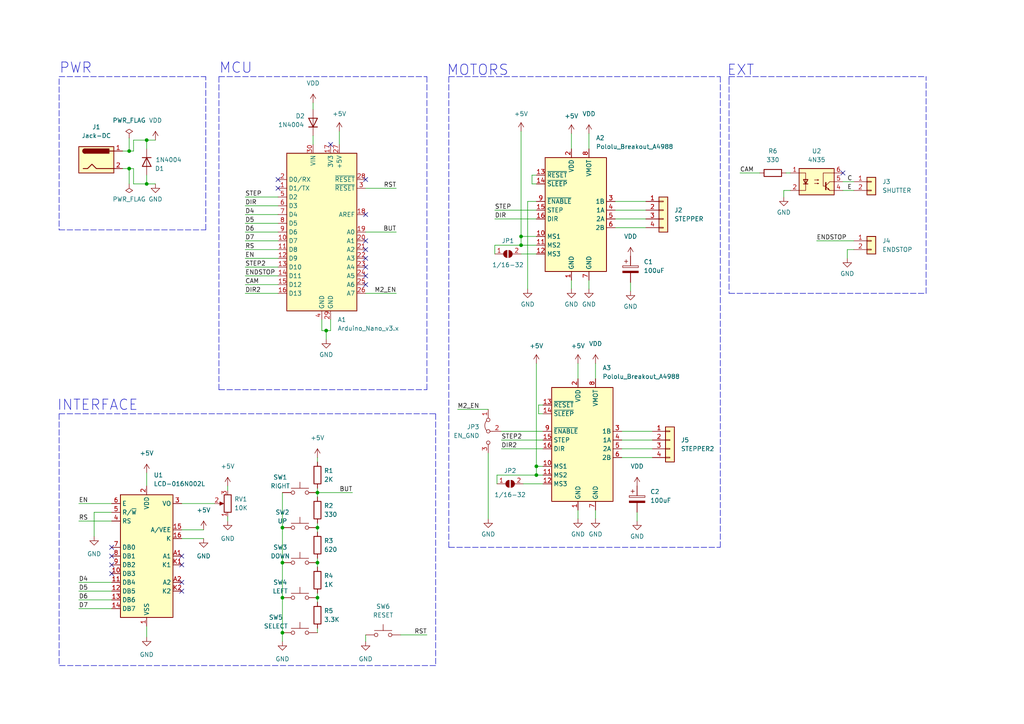
<source format=kicad_sch>
(kicad_sch (version 20211123) (generator eeschema)
  (paper "A4")
  (lib_symbols
    (symbol "Connector:Jack-DC" (pin_names (offset 1.016))
      (property "Reference" "J" (at 0 5.334 0))
      (property "Value" "Jack-DC" (at 0 -5.08 0))
      (symbol "Jack-DC_0_1"
        (rectangle (start -5.08 3.81) (end 5.08 -3.81) (stroke (width 0.254)) (fill (type background)))
        (arc (start -3.302 3.175) (mid -3.937 2.54) (end -3.302 1.905) (stroke (width 0.254)))
        (arc (start -3.302 3.175) (mid -3.937 2.54) (end -3.302 1.905) (stroke (width 0.254)) (fill (type outline)))
        (polyline (pts (xy 5.08 2.54) (xy 3.81 2.54)) (stroke (width 0.254)))
        (polyline (pts (xy -3.81 -2.54) (xy -2.54 -2.54) (xy -1.27 -1.27) (xy 0 -2.54) (xy 2.54 -2.54) (xy 5.08 -2.54)) (stroke (width 0.254)))
        (rectangle (start 3.683 3.175) (end -3.302 1.905) (stroke (width 0.254)) (fill (type outline)))
      )
      (symbol "Jack-DC_1_1"
        (pin passive line (at 7.62 2.54 180) (length 2.54) (name "~") (number "1"))
        (pin passive line (at 7.62 -2.54 180) (length 2.54) (name "~") (number "2"))
      )
    )
    (symbol "Connector_Generic:Conn_01x02" (pin_names (offset 1.016) hide)
      (property "Reference" "J" (at 0 2.54 0))
      (property "Value" "Conn_01x02" (at 0 -5.08 0))
      (symbol "Conn_01x02_1_1"
        (rectangle (start -1.27 -2.413) (end 0 -2.667) (stroke (width 0.1524)))
        (rectangle (start -1.27 0.127) (end 0 -0.127) (stroke (width 0.1524)))
        (rectangle (start -1.27 1.27) (end 1.27 -3.81) (stroke (width 0.254)) (fill (type background)))
        (pin passive line (at -5.08 0 0) (length 3.81) (name "Pin_1") (number "1"))
        (pin passive line (at -5.08 -2.54 0) (length 3.81) (name "Pin_2") (number "2"))
      )
    )
    (symbol "Connector_Generic:Conn_01x04" (pin_names (offset 1.016) hide)
      (property "Reference" "J" (at 0 5.08 0))
      (property "Value" "Conn_01x04" (at 0 -7.62 0))
      (symbol "Conn_01x04_1_1"
        (rectangle (start -1.27 -4.953) (end 0 -5.207) (stroke (width 0.1524)))
        (rectangle (start -1.27 -2.413) (end 0 -2.667) (stroke (width 0.1524)))
        (rectangle (start -1.27 0.127) (end 0 -0.127) (stroke (width 0.1524)))
        (rectangle (start -1.27 2.667) (end 0 2.413) (stroke (width 0.1524)))
        (rectangle (start -1.27 3.81) (end 1.27 -6.35) (stroke (width 0.254)) (fill (type background)))
        (pin passive line (at -5.08 2.54 0) (length 3.81) (name "Pin_1") (number "1"))
        (pin passive line (at -5.08 0 0) (length 3.81) (name "Pin_2") (number "2"))
        (pin passive line (at -5.08 -2.54 0) (length 3.81) (name "Pin_3") (number "3"))
        (pin passive line (at -5.08 -5.08 0) (length 3.81) (name "Pin_4") (number "4"))
      )
    )
    (symbol "Device:C_Polarized" (pin_numbers hide) (pin_names (offset 0.254))
      (property "Reference" "C" (at 0.635 2.54 0))
      (property "Value" "C_Polarized" (at 0.635 -2.54 0))
      (symbol "C_Polarized_0_1"
        (rectangle (start -2.286 0.508) (end 2.286 1.016))
        (polyline (pts (xy -1.778 2.286) (xy -0.762 2.286)))
        (polyline (pts (xy -1.27 2.794) (xy -1.27 1.778)))
        (rectangle (start 2.286 -0.508) (end -2.286 -1.016) (fill (type outline)))
      )
      (symbol "C_Polarized_1_1"
        (pin passive line (at 0 3.81 270) (length 2.794) (name "~") (number "1"))
        (pin passive line (at 0 -3.81 90) (length 2.794) (name "~") (number "2"))
      )
    )
    (symbol "Device:D" (pin_numbers hide) (pin_names (offset 1.016) hide)
      (property "Reference" "D" (at 0 2.54 0))
      (property "Value" "D" (at 0 -2.54 0))
      (symbol "D_0_1"
        (polyline (pts (xy -1.27 1.27) (xy -1.27 -1.27)) (stroke (width 0.254)))
        (polyline (pts (xy 1.27 0) (xy -1.27 0)))
        (polyline (pts (xy 1.27 1.27) (xy 1.27 -1.27) (xy -1.27 0) (xy 1.27 1.27)) (stroke (width 0.254)))
      )
      (symbol "D_1_1"
        (pin passive line (at -3.81 0 0) (length 2.54) (name "K") (number "1"))
        (pin passive line (at 3.81 0 180) (length 2.54) (name "A") (number "2"))
      )
    )
    (symbol "Device:R" (pin_numbers hide) (pin_names (offset 0))
      (property "Reference" "R" (at 2.032 0 90))
      (property "Value" "R" (at 0 0 90))
      (symbol "R_0_1"
        (rectangle (start -1.016 -2.54) (end 1.016 2.54) (stroke (width 0.254)))
      )
      (symbol "R_1_1"
        (pin passive line (at 0 3.81 270) (length 1.27) (name "~") (number "1"))
        (pin passive line (at 0 -3.81 90) (length 1.27) (name "~") (number "2"))
      )
    )
    (symbol "Device:R_Potentiometer" (pin_names (offset 1.016) hide)
      (property "Reference" "RV" (at -4.445 0 90))
      (property "Value" "R_Potentiometer" (at -2.54 0 90))
      (symbol "R_Potentiometer_0_1"
        (polyline (pts (xy 2.54 0) (xy 1.524 0)))
        (polyline (pts (xy 1.143 0) (xy 2.286 0.508) (xy 2.286 -0.508) (xy 1.143 0)) (fill (type outline)))
        (rectangle (start 1.016 2.54) (end -1.016 -2.54) (stroke (width 0.254)))
      )
      (symbol "R_Potentiometer_1_1"
        (pin passive line (at 0 3.81 270) (length 1.27) (name "1") (number "1"))
        (pin passive line (at 3.81 0 180) (length 1.27) (name "2") (number "2"))
        (pin passive line (at 0 -3.81 90) (length 1.27) (name "3") (number "3"))
      )
    )
    (symbol "Display_Character:LCD-016N002L"
      (property "Reference" "U" (at -6.35 18.796 0))
      (property "Value" "LCD-016N002L" (at 8.636 18.796 0))
      (symbol "LCD-016N002L_1_1"
        (rectangle (start -7.62 17.78) (end 7.62 -17.78) (stroke (width 0.254)) (fill (type background)))
        (pin power_in line (at 0 -20.32 90) (length 2.54) (name "VSS") (number "1"))
        (pin bidirectional line (at -10.16 -5.08 0) (length 2.54) (name "DB3") (number "10"))
        (pin bidirectional line (at -10.16 -7.62 0) (length 2.54) (name "DB4") (number "11"))
        (pin bidirectional line (at -10.16 -10.16 0) (length 2.54) (name "DB5") (number "12"))
        (pin bidirectional line (at -10.16 -12.7 0) (length 2.54) (name "DB6") (number "13"))
        (pin bidirectional line (at -10.16 -15.24 0) (length 2.54) (name "DB7") (number "14"))
        (pin power_in line (at 10.16 7.62 180) (length 2.54) (name "A/VEE") (number "15"))
        (pin power_in line (at 10.16 5.08 180) (length 2.54) (name "K") (number "16"))
        (pin power_in line (at 0 20.32 270) (length 2.54) (name "VDD") (number "2"))
        (pin input line (at 10.16 15.24 180) (length 2.54) (name "VO") (number "3"))
        (pin input line (at -10.16 10.16 0) (length 2.54) (name "RS") (number "4"))
        (pin input line (at -10.16 12.7 0) (length 2.54) (name "R/~{W}") (number "5"))
        (pin input line (at -10.16 15.24 0) (length 2.54) (name "E") (number "6"))
        (pin bidirectional line (at -10.16 2.54 0) (length 2.54) (name "DB0") (number "7"))
        (pin bidirectional line (at -10.16 0 0) (length 2.54) (name "DB1") (number "8"))
        (pin bidirectional line (at -10.16 -2.54 0) (length 2.54) (name "DB2") (number "9"))
        (pin power_in line (at 10.16 0 180) (length 2.54) (name "A1") (number "A1"))
        (pin power_in line (at 10.16 -7.62 180) (length 2.54) (name "A2") (number "A2"))
        (pin power_in line (at 10.16 -2.54 180) (length 2.54) (name "K1") (number "K1"))
        (pin power_in line (at 10.16 -10.16 180) (length 2.54) (name "K2") (number "K2"))
      )
    )
    (symbol "Driver_Motor:Pololu_Breakout_A4988"
      (property "Reference" "A" (at -2.54 19.05 0))
      (property "Value" "Pololu_Breakout_A4988" (at -2.54 16.51 0))
      (symbol "Pololu_Breakout_A4988_0_1"
        (rectangle (start 10.16 -17.78) (end -7.62 15.24) (stroke (width 0.254)) (fill (type background)))
      )
      (symbol "Pololu_Breakout_A4988_1_1"
        (pin power_in line (at 0 -20.32 90) (length 2.54) (name "GND") (number "1"))
        (pin input line (at -10.16 -7.62 0) (length 2.54) (name "MS1") (number "10"))
        (pin input line (at -10.16 -10.16 0) (length 2.54) (name "MS2") (number "11"))
        (pin input line (at -10.16 -12.7 0) (length 2.54) (name "MS3") (number "12"))
        (pin input line (at -10.16 10.16 0) (length 2.54) (name "~{RESET}") (number "13"))
        (pin input line (at -10.16 7.62 0) (length 2.54) (name "~{SLEEP}") (number "14"))
        (pin input line (at -10.16 0 0) (length 2.54) (name "STEP") (number "15"))
        (pin input line (at -10.16 -2.54 0) (length 2.54) (name "DIR") (number "16"))
        (pin power_in line (at 0 17.78 270) (length 2.54) (name "VDD") (number "2"))
        (pin output line (at 12.7 2.54 180) (length 2.54) (name "1B") (number "3"))
        (pin output line (at 12.7 0 180) (length 2.54) (name "1A") (number "4"))
        (pin output line (at 12.7 -2.54 180) (length 2.54) (name "2A") (number "5"))
        (pin output line (at 12.7 -5.08 180) (length 2.54) (name "2B") (number "6"))
        (pin power_in line (at 5.08 -20.32 90) (length 2.54) (name "GND") (number "7"))
        (pin power_in line (at 5.08 17.78 270) (length 2.54) (name "VMOT") (number "8"))
        (pin input line (at -10.16 2.54 0) (length 2.54) (name "~{ENABLE}") (number "9"))
      )
    )
    (symbol "Isolator:4N35" (pin_names (offset 1.016))
      (property "Reference" "U" (at -5.08 5.08 0))
      (property "Value" "4N35" (at 0 5.08 0))
      (symbol "4N35_0_1"
        (rectangle (start -5.08 3.81) (end 5.08 -3.81) (stroke (width 0.254)) (fill (type background)))
        (polyline (pts (xy -3.81 -0.635) (xy -2.54 -0.635)) (stroke (width 0.254)))
        (polyline (pts (xy 2.667 -1.397) (xy 3.81 -2.54)))
        (polyline (pts (xy 2.667 -1.143) (xy 3.81 0)))
        (polyline (pts (xy 3.81 -2.54) (xy 5.08 -2.54)))
        (polyline (pts (xy 3.81 0) (xy 5.08 0)))
        (polyline (pts (xy 2.667 -0.254) (xy 2.667 -2.286) (xy 2.667 -2.286)) (stroke (width 0.3556)))
        (polyline (pts (xy -5.08 -2.54) (xy -3.175 -2.54) (xy -3.175 2.54) (xy -5.08 2.54)))
        (polyline (pts (xy -3.175 -0.635) (xy -3.81 0.635) (xy -2.54 0.635) (xy -3.175 -0.635)) (stroke (width 0.254)))
        (polyline (pts (xy 3.683 -2.413) (xy 3.429 -1.905) (xy 3.175 -2.159) (xy 3.683 -2.413)))
        (polyline (pts (xy 5.08 2.54) (xy 1.905 2.54) (xy 1.905 -1.27) (xy 2.54 -1.27)))
        (polyline (pts (xy -0.635 -0.508) (xy 0.635 -0.508) (xy 0.254 -0.635) (xy 0.254 -0.381) (xy 0.635 -0.508)))
        (polyline (pts (xy -0.635 0.508) (xy 0.635 0.508) (xy 0.254 0.381) (xy 0.254 0.635) (xy 0.635 0.508)))
      )
      (symbol "4N35_1_1"
        (pin passive line (at -7.62 2.54 0) (length 2.54) (name "~") (number "1"))
        (pin passive line (at -7.62 -2.54 0) (length 2.54) (name "~") (number "2"))
        (pin no_connect line (at -5.08 0 0) (length 2.54) hide (name "NC") (number "3"))
        (pin passive line (at 7.62 -2.54 180) (length 2.54) (name "~") (number "4"))
        (pin passive line (at 7.62 0 180) (length 2.54) (name "~") (number "5"))
        (pin passive line (at 7.62 2.54 180) (length 2.54) (name "~") (number "6"))
      )
    )
    (symbol "Jumper:Jumper_3_Bridged12" (pin_names (offset 0) hide)
      (property "Reference" "JP" (at -2.54 -2.54 0))
      (property "Value" "Jumper_3_Bridged12" (at 0 2.794 0))
      (symbol "Jumper_3_Bridged12_0_0"
        (circle (center -3.302 0) (radius 0.508))
        (circle (center 0 0) (radius 0.508))
        (circle (center 3.302 0) (radius 0.508))
      )
      (symbol "Jumper_3_Bridged12_0_1"
        (arc (start -0.254 0.508) (mid -1.651 0.9912) (end -3.048 0.508))
        (polyline (pts (xy 0 -1.27) (xy 0 -0.508)))
      )
      (symbol "Jumper_3_Bridged12_1_1"
        (pin passive line (at -6.35 0 0) (length 2.54) (name "A") (number "1"))
        (pin passive line (at 0 -3.81 90) (length 2.54) (name "C") (number "2"))
        (pin passive line (at 6.35 0 180) (length 2.54) (name "B") (number "3"))
      )
    )
    (symbol "Jumper:SolderJumper_2_Open" (pin_names (offset 0) hide)
      (property "Reference" "JP" (at 0 2.032 0))
      (property "Value" "SolderJumper_2_Open" (at 0 -2.54 0))
      (symbol "SolderJumper_2_Open_0_1"
        (arc (start -0.254 1.016) (mid -1.27 0) (end -0.254 -1.016))
        (arc (start -0.254 1.016) (mid -1.27 0) (end -0.254 -1.016) (fill (type outline)))
        (polyline (pts (xy -0.254 1.016) (xy -0.254 -1.016)))
        (polyline (pts (xy 0.254 1.016) (xy 0.254 -1.016)))
        (arc (start 0.254 -1.016) (mid 1.27 0) (end 0.254 1.016))
        (arc (start 0.254 -1.016) (mid 1.27 0) (end 0.254 1.016) (fill (type outline)))
      )
      (symbol "SolderJumper_2_Open_1_1"
        (pin passive line (at -3.81 0 0) (length 2.54) (name "A") (number "1"))
        (pin passive line (at 3.81 0 180) (length 2.54) (name "B") (number "2"))
      )
    )
    (symbol "MCU_Module:Arduino_Nano_v3.x"
      (property "Reference" "A" (at -10.16 23.495 0))
      (property "Value" "Arduino_Nano_v3.x" (at 5.08 -24.13 0))
      (symbol "Arduino_Nano_v3.x_0_1"
        (rectangle (start -10.16 22.86) (end 10.16 -22.86) (stroke (width 0.254)) (fill (type background)))
      )
      (symbol "Arduino_Nano_v3.x_1_1"
        (pin bidirectional line (at -12.7 12.7 0) (length 2.54) (name "D1/TX") (number "1"))
        (pin bidirectional line (at -12.7 -2.54 0) (length 2.54) (name "D7") (number "10"))
        (pin bidirectional line (at -12.7 -5.08 0) (length 2.54) (name "D8") (number "11"))
        (pin bidirectional line (at -12.7 -7.62 0) (length 2.54) (name "D9") (number "12"))
        (pin bidirectional line (at -12.7 -10.16 0) (length 2.54) (name "D10") (number "13"))
        (pin bidirectional line (at -12.7 -12.7 0) (length 2.54) (name "D11") (number "14"))
        (pin bidirectional line (at -12.7 -15.24 0) (length 2.54) (name "D12") (number "15"))
        (pin bidirectional line (at -12.7 -17.78 0) (length 2.54) (name "D13") (number "16"))
        (pin power_out line (at 2.54 25.4 270) (length 2.54) (name "3V3") (number "17"))
        (pin input line (at 12.7 5.08 180) (length 2.54) (name "AREF") (number "18"))
        (pin bidirectional line (at 12.7 0 180) (length 2.54) (name "A0") (number "19"))
        (pin bidirectional line (at -12.7 15.24 0) (length 2.54) (name "D0/RX") (number "2"))
        (pin bidirectional line (at 12.7 -2.54 180) (length 2.54) (name "A1") (number "20"))
        (pin bidirectional line (at 12.7 -5.08 180) (length 2.54) (name "A2") (number "21"))
        (pin bidirectional line (at 12.7 -7.62 180) (length 2.54) (name "A3") (number "22"))
        (pin bidirectional line (at 12.7 -10.16 180) (length 2.54) (name "A4") (number "23"))
        (pin bidirectional line (at 12.7 -12.7 180) (length 2.54) (name "A5") (number "24"))
        (pin bidirectional line (at 12.7 -15.24 180) (length 2.54) (name "A6") (number "25"))
        (pin bidirectional line (at 12.7 -17.78 180) (length 2.54) (name "A7") (number "26"))
        (pin power_out line (at 5.08 25.4 270) (length 2.54) (name "+5V") (number "27"))
        (pin input line (at 12.7 15.24 180) (length 2.54) (name "~{RESET}") (number "28"))
        (pin power_in line (at 2.54 -25.4 90) (length 2.54) (name "GND") (number "29"))
        (pin input line (at 12.7 12.7 180) (length 2.54) (name "~{RESET}") (number "3"))
        (pin power_in line (at -2.54 25.4 270) (length 2.54) (name "VIN") (number "30"))
        (pin power_in line (at 0 -25.4 90) (length 2.54) (name "GND") (number "4"))
        (pin bidirectional line (at -12.7 10.16 0) (length 2.54) (name "D2") (number "5"))
        (pin bidirectional line (at -12.7 7.62 0) (length 2.54) (name "D3") (number "6"))
        (pin bidirectional line (at -12.7 5.08 0) (length 2.54) (name "D4") (number "7"))
        (pin bidirectional line (at -12.7 2.54 0) (length 2.54) (name "D5") (number "8"))
        (pin bidirectional line (at -12.7 0 0) (length 2.54) (name "D6") (number "9"))
      )
    )
    (symbol "Switch:SW_Push" (pin_numbers hide) (pin_names (offset 1.016) hide)
      (property "Reference" "SW" (at 1.27 2.54 0))
      (property "Value" "SW_Push" (at 0 -1.524 0))
      (symbol "SW_Push_0_1"
        (circle (center -2.032 0) (radius 0.508))
        (polyline (pts (xy 0 1.27) (xy 0 3.048)))
        (polyline (pts (xy 2.54 1.27) (xy -2.54 1.27)))
        (circle (center 2.032 0) (radius 0.508))
        (pin passive line (at -5.08 0 0) (length 2.54) (name "1") (number "1"))
        (pin passive line (at 5.08 0 180) (length 2.54) (name "2") (number "2"))
      )
    )
    (symbol "power:+5V" (power) (pin_names (offset 0))
      (property "Value" "+5V" (at 0 3.556 0))
      (symbol "+5V_0_1"
        (polyline (pts (xy -0.762 1.27) (xy 0 2.54)))
        (polyline (pts (xy 0 0) (xy 0 2.54)))
        (polyline (pts (xy 0 2.54) (xy 0.762 1.27)))
      )
      (symbol "+5V_1_1"
        (pin power_in line (at 0 0 90) (length 0) hide (name "+5V") (number "1"))
      )
    )
    (symbol "power:GND" (power) (pin_names (offset 0))
      (property "Value" "GND" (at 0 -3.81 0))
      (symbol "GND_0_1"
        (polyline (pts (xy 0 0) (xy 0 -1.27) (xy 1.27 -1.27) (xy 0 -2.54) (xy -1.27 -1.27) (xy 0 -1.27)))
      )
      (symbol "GND_1_1"
        (pin power_in line (at 0 0 270) (length 0) hide (name "GND") (number "1"))
      )
    )
    (symbol "power:PWR_FLAG" (power) (pin_numbers hide) (pin_names (offset 0) hide)
      (property "Value" "PWR_FLAG" (at 0 3.81 0))
      (symbol "PWR_FLAG_0_0"
        (pin power_out line (at 0 0 90) (length 0) (name "pwr") (number "1"))
      )
      (symbol "PWR_FLAG_0_1"
        (polyline (pts (xy 0 0) (xy 0 1.27) (xy -1.016 1.905) (xy 0 2.54) (xy 1.016 1.905) (xy 0 1.27)))
      )
    )
    (symbol "power:VDD" (power) (pin_names (offset 0))
      (property "Value" "VDD" (at 0 3.81 0))
      (symbol "VDD_0_1"
        (polyline (pts (xy -0.762 1.27) (xy 0 2.54)))
        (polyline (pts (xy 0 0) (xy 0 2.54)))
        (polyline (pts (xy 0 2.54) (xy 0.762 1.27)))
      )
      (symbol "VDD_1_1"
        (pin power_in line (at 0 0 90) (length 0) hide (name "VDD") (number "1"))
      )
    )
  )
  (junction (at 92.075 153.035))
  (junction (at 81.915 163.195))
  (junction (at 81.915 183.515))
  (junction (at 151.13 68.58))
  (junction (at 81.915 153.035))
  (junction (at 42.545 53.34))
  (junction (at 81.915 173.355))
  (junction (at 42.545 40.64))
  (junction (at 37.465 43.815))
  (junction (at 155.575 135.255))
  (junction (at 92.075 142.875))
  (junction (at 92.075 173.355))
  (junction (at 92.075 163.195))
  (junction (at 37.465 48.895))
  (junction (at 151.13 71.12))
  (junction (at 94.615 95.885))
  (junction (at 155.575 137.795))
  (no_connect (at 106.045 82.55))
  (no_connect (at 106.045 80.01))
  (no_connect (at 106.045 52.07))
  (no_connect (at 106.045 62.23))
  (no_connect (at 106.045 69.85))
  (no_connect (at 106.045 72.39))
  (no_connect (at 106.045 74.93))
  (no_connect (at 106.045 77.47))
  (no_connect (at 80.645 54.61))
  (no_connect (at 80.645 52.07))
  (no_connect (at 95.885 41.91))
  (no_connect (at 32.385 166.37))
  (no_connect (at 32.385 163.83))
  (no_connect (at 32.385 158.75))
  (no_connect (at 32.385 161.29))
  (no_connect (at 52.705 163.83))
  (no_connect (at 52.705 161.29))
  (no_connect (at 52.705 168.91))
  (no_connect (at 52.705 171.45))
  (no_connect (at 244.475 50.165))
  (wire (pts (xy 22.86 168.91) (xy 32.385 168.91)))
  (wire (pts (xy 71.12 59.69) (xy 80.645 59.69)))
  (wire (pts (xy 98.425 38.1) (xy 98.425 41.91)))
  (wire (pts (xy 71.12 62.23) (xy 80.645 62.23)))
  (wire (pts (xy 144.145 140.335) (xy 144.145 137.795)))
  (wire (pts (xy 71.12 85.09) (xy 80.645 85.09)))
  (wire (pts (xy 178.435 66.04) (xy 187.325 66.04)))
  (wire (pts (xy 151.765 140.335) (xy 157.48 140.335)))
  (wire (pts (xy 81.915 173.355) (xy 81.915 183.515)))
  (wire (pts (xy 145.415 125.095) (xy 157.48 125.095)))
  (wire (pts (xy 42.545 40.64) (xy 45.085 40.64)))
  (wire (pts (xy 38.735 43.815) (xy 38.735 40.64)))
  (wire (pts (xy 38.735 40.64) (xy 42.545 40.64)))
  (wire (pts (xy 155.575 135.255) (xy 155.575 137.795)))
  (wire (pts (xy 155.575 137.795) (xy 157.48 137.795)))
  (wire (pts (xy 229.235 55.245) (xy 227.33 55.245)))
  (wire (pts (xy 182.88 81.915) (xy 182.88 84.455)))
  (wire (pts (xy 227.33 55.245) (xy 227.33 57.15)))
  (wire (pts (xy 145.415 127.635) (xy 157.48 127.635)))
  (wire (pts (xy 90.805 39.37) (xy 90.805 41.91)))
  (wire (pts (xy 116.205 184.15) (xy 123.825 184.15)))
  (wire (pts (xy 52.705 153.67) (xy 59.055 153.67)))
  (wire (pts (xy 172.72 147.955) (xy 172.72 150.495)))
  (wire (pts (xy 92.075 161.925) (xy 92.075 163.195)))
  (polyline (pts (xy 63.5 22.225) (xy 123.825 22.225)))
  (wire (pts (xy 22.86 176.53) (xy 32.385 176.53)))
  (wire (pts (xy 22.86 151.13) (xy 32.385 151.13)))
  (wire (pts (xy 172.72 105.41) (xy 172.72 109.855)))
  (wire (pts (xy 151.13 68.58) (xy 155.575 68.58)))
  (wire (pts (xy 167.64 147.955) (xy 167.64 150.495)))
  (wire (pts (xy 81.915 163.195) (xy 81.915 173.355)))
  (wire (pts (xy 92.075 151.765) (xy 92.075 153.035)))
  (wire (pts (xy 144.145 137.795) (xy 155.575 137.795)))
  (polyline (pts (xy 17.145 120.015) (xy 17.145 193.04)))
  (wire (pts (xy 42.545 137.16) (xy 42.545 140.97)))
  (wire (pts (xy 37.465 48.895) (xy 37.465 53.34)))
  (wire (pts (xy 93.345 92.71) (xy 93.345 95.885)))
  (wire (pts (xy 71.12 74.93) (xy 80.645 74.93)))
  (wire (pts (xy 244.475 52.705) (xy 247.65 52.705)))
  (wire (pts (xy 170.815 81.28) (xy 170.815 83.82)))
  (wire (pts (xy 71.12 80.01) (xy 80.645 80.01)))
  (polyline (pts (xy 59.69 66.675) (xy 59.69 22.225)))
  (wire (pts (xy 178.435 58.42) (xy 187.325 58.42)))
  (polyline (pts (xy 130.175 158.75) (xy 208.915 158.75)))
  (wire (pts (xy 154.305 53.34) (xy 155.575 53.34)))
  (wire (pts (xy 22.86 146.05) (xy 32.385 146.05)))
  (wire (pts (xy 155.575 50.8) (xy 154.305 50.8)))
  (wire (pts (xy 92.075 182.245) (xy 92.075 183.515)))
  (polyline (pts (xy 130.175 22.225) (xy 208.915 22.225)))
  (wire (pts (xy 165.735 38.735) (xy 165.735 43.18)))
  (wire (pts (xy 92.075 153.035) (xy 92.075 154.305)))
  (wire (pts (xy 151.13 73.66) (xy 155.575 73.66)))
  (wire (pts (xy 132.715 118.745) (xy 141.605 118.745)))
  (wire (pts (xy 178.435 60.96) (xy 187.325 60.96)))
  (polyline (pts (xy 211.455 22.86) (xy 211.455 85.09)))
  (polyline (pts (xy 126.365 193.04) (xy 17.145 193.04)))
  (wire (pts (xy 71.12 69.85) (xy 80.645 69.85)))
  (polyline (pts (xy 17.145 22.86) (xy 17.145 66.675)))
  (wire (pts (xy 184.785 148.59) (xy 184.785 151.13)))
  (wire (pts (xy 42.545 40.64) (xy 42.545 43.18)))
  (wire (pts (xy 81.915 142.875) (xy 81.915 153.035)))
  (wire (pts (xy 71.12 57.15) (xy 80.645 57.15)))
  (wire (pts (xy 106.045 67.31) (xy 114.935 67.31)))
  (wire (pts (xy 178.435 63.5) (xy 187.325 63.5)))
  (wire (pts (xy 155.575 58.42) (xy 153.035 58.42)))
  (wire (pts (xy 156.21 120.015) (xy 157.48 120.015)))
  (wire (pts (xy 157.48 117.475) (xy 156.21 117.475)))
  (wire (pts (xy 155.575 105.41) (xy 155.575 135.255)))
  (wire (pts (xy 155.575 71.12) (xy 151.13 71.12)))
  (wire (pts (xy 156.21 117.475) (xy 156.21 120.015)))
  (wire (pts (xy 141.605 131.445) (xy 141.605 150.495)))
  (wire (pts (xy 37.465 48.895) (xy 38.735 48.895)))
  (wire (pts (xy 151.13 68.58) (xy 151.13 71.12)))
  (polyline (pts (xy 130.175 22.225) (xy 130.175 158.75)))
  (wire (pts (xy 155.575 135.255) (xy 157.48 135.255)))
  (wire (pts (xy 71.12 82.55) (xy 80.645 82.55)))
  (polyline (pts (xy 17.145 120.015) (xy 126.365 120.015)))
  (wire (pts (xy 38.735 53.34) (xy 42.545 53.34)))
  (wire (pts (xy 170.815 38.735) (xy 170.815 43.18)))
  (wire (pts (xy 22.86 171.45) (xy 32.385 171.45)))
  (wire (pts (xy 180.34 130.175) (xy 189.23 130.175)))
  (wire (pts (xy 106.045 54.61) (xy 114.935 54.61)))
  (wire (pts (xy 52.705 156.21) (xy 59.055 156.21)))
  (wire (pts (xy 167.64 105.41) (xy 167.64 109.855)))
  (wire (pts (xy 22.86 173.99) (xy 32.385 173.99)))
  (polyline (pts (xy 211.455 85.09) (xy 268.605 85.09)))
  (polyline (pts (xy 211.455 22.225) (xy 211.455 22.86)))
  (wire (pts (xy 35.56 43.815) (xy 37.465 43.815)))
  (wire (pts (xy 244.475 55.245) (xy 247.65 55.245)))
  (wire (pts (xy 42.545 181.61) (xy 42.545 184.785)))
  (wire (pts (xy 95.885 92.71) (xy 95.885 95.885)))
  (wire (pts (xy 37.465 40.005) (xy 37.465 43.815)))
  (polyline (pts (xy 63.5 113.03) (xy 123.825 113.03)))
  (wire (pts (xy 92.075 172.085) (xy 92.075 173.355)))
  (wire (pts (xy 71.12 64.77) (xy 80.645 64.77)))
  (polyline (pts (xy 268.605 85.09) (xy 268.605 22.225)))
  (wire (pts (xy 214.63 50.165) (xy 220.345 50.165)))
  (wire (pts (xy 180.34 127.635) (xy 189.23 127.635)))
  (polyline (pts (xy 208.915 158.75) (xy 208.915 22.225)))
  (polyline (pts (xy 123.825 113.03) (xy 123.825 22.225)))
  (wire (pts (xy 42.545 50.8) (xy 42.545 53.34)))
  (wire (pts (xy 245.745 72.39) (xy 245.745 74.93)))
  (polyline (pts (xy 17.145 22.225) (xy 59.69 22.225)))
  (wire (pts (xy 153.035 58.42) (xy 153.035 83.82)))
  (wire (pts (xy 95.885 95.885) (xy 94.615 95.885)))
  (wire (pts (xy 143.51 63.5) (xy 155.575 63.5)))
  (wire (pts (xy 180.34 132.715) (xy 189.23 132.715)))
  (wire (pts (xy 92.075 142.875) (xy 102.235 142.875)))
  (wire (pts (xy 90.805 29.845) (xy 90.805 31.75)))
  (wire (pts (xy 143.51 60.96) (xy 155.575 60.96)))
  (wire (pts (xy 32.385 148.59) (xy 27.305 148.59)))
  (polyline (pts (xy 126.365 120.015) (xy 126.365 193.04)))
  (wire (pts (xy 52.705 146.05) (xy 62.23 146.05)))
  (wire (pts (xy 37.465 43.815) (xy 38.735 43.815)))
  (wire (pts (xy 151.13 38.1) (xy 151.13 68.58)))
  (wire (pts (xy 27.305 148.59) (xy 27.305 155.575)))
  (wire (pts (xy 106.045 184.15) (xy 106.045 186.055)))
  (wire (pts (xy 93.345 95.885) (xy 94.615 95.885)))
  (wire (pts (xy 71.12 72.39) (xy 80.645 72.39)))
  (wire (pts (xy 35.56 48.895) (xy 37.465 48.895)))
  (wire (pts (xy 42.545 53.34) (xy 45.085 53.34)))
  (wire (pts (xy 92.075 141.605) (xy 92.075 142.875)))
  (wire (pts (xy 236.855 69.85) (xy 247.65 69.85)))
  (polyline (pts (xy 63.5 22.225) (xy 63.5 113.03)))
  (wire (pts (xy 94.615 95.885) (xy 94.615 98.425)))
  (wire (pts (xy 92.075 173.355) (xy 92.075 174.625)))
  (wire (pts (xy 92.075 142.875) (xy 92.075 144.145)))
  (wire (pts (xy 145.415 130.175) (xy 157.48 130.175)))
  (wire (pts (xy 81.915 153.035) (xy 81.915 163.195)))
  (wire (pts (xy 81.915 183.515) (xy 81.915 186.055)))
  (wire (pts (xy 38.735 48.895) (xy 38.735 53.34)))
  (wire (pts (xy 66.04 149.86) (xy 66.04 151.13)))
  (polyline (pts (xy 17.145 66.675) (xy 59.69 66.675)))
  (wire (pts (xy 71.12 67.31) (xy 80.645 67.31)))
  (wire (pts (xy 154.305 50.8) (xy 154.305 53.34)))
  (wire (pts (xy 143.51 73.66) (xy 143.51 71.12)))
  (wire (pts (xy 227.965 50.165) (xy 229.235 50.165)))
  (wire (pts (xy 92.075 163.195) (xy 92.075 164.465)))
  (wire (pts (xy 247.65 72.39) (xy 245.745 72.39)))
  (wire (pts (xy 92.075 132.715) (xy 92.075 133.985)))
  (wire (pts (xy 180.34 125.095) (xy 189.23 125.095)))
  (wire (pts (xy 165.735 81.28) (xy 165.735 83.82)))
  (wire (pts (xy 66.04 140.97) (xy 66.04 142.24)))
  (wire (pts (xy 106.045 85.09) (xy 114.935 85.09)))
  (wire (pts (xy 71.12 77.47) (xy 80.645 77.47)))
  (polyline (pts (xy 211.455 22.225) (xy 268.605 22.225)))
  (wire (pts (xy 143.51 71.12) (xy 151.13 71.12)))
  (text "MCU" (at 63.5 21.59 0) (effects (font (size 3 3)) (justify left bottom)))
  (text "INTERFACE" (at 16.51 119.38 0) (effects (font (size 3 3)) (justify left bottom)))
  (text "EXT" (at 210.82 22.225 0) (effects (font (size 3 3)) (justify left bottom)))
  (text "MOTORS" (at 129.54 22.225 0) (effects (font (size 3 3)) (justify left bottom)))
  (text "PWR" (at 17.145 21.59 0) (effects (font (size 3 3)) (justify left bottom)))
  (label "STEP2" (at 71.12 77.47 0))
  (label "D7" (at 71.12 69.85 0))
  (label "DIR2" (at 145.415 130.175 0))
  (label "ENDSTOP" (at 236.855 69.85 0))
  (label "D5" (at 71.12 64.77 0))
  (label "D6" (at 22.86 173.99 0))
  (label "CAM" (at 71.12 82.55 0))
  (label "RS" (at 71.12 72.39 0))
  (label "M2_EN" (at 114.935 85.09 180))
  (label "DIR2" (at 71.12 85.09 0))
  (label "CAM" (at 214.63 50.165 0))
  (label "RST" (at 123.825 184.15 180))
  (label "DIR" (at 143.51 63.5 0))
  (label "D4" (at 71.12 62.23 0))
  (label "E" (at 245.745 55.245 0))
  (label "BUT" (at 102.235 142.875 180))
  (label "EN" (at 71.12 74.93 0))
  (label "BUT" (at 114.935 67.31 180))
  (label "D6" (at 71.12 67.31 0))
  (label "D4" (at 22.86 168.91 0))
  (label "ENDSTOP" (at 71.12 80.01 0))
  (label "C" (at 245.745 52.705 0))
  (label "STEP2" (at 145.415 127.635 0))
  (label "STEP" (at 143.51 60.96 0))
  (label "STEP" (at 71.12 57.15 0))
  (label "DIR" (at 71.12 59.69 0))
  (label "EN" (at 22.86 146.05 0))
  (label "M2_EN" (at 132.715 118.745 0))
  (label "RS" (at 22.86 151.13 0))
  (label "D7" (at 22.86 176.53 0))
  (label "RST" (at 114.935 54.61 180))
  (label "D5" (at 22.86 171.45 0))
  (symbol (lib_id "power:+5V") (at 151.13 38.1 0) (unit 1)
    (property "Reference" "#PWR0104" (effects hide))
    (property "Value" "+5V" (at 151.13 33.02 0))
  )
  (symbol (lib_id "Device:R") (at 92.075 147.955 0) (unit 1)
    (property "Reference" "R2" (at 93.98 146.6849 0) (effects (justify left)))
    (property "Value" "330" (at 93.98 149.2249 0) (effects (justify left)))
    (property "Footprint" "Resistor_THT:R_Axial_DIN0204_L3.6mm_D1.6mm_P7.62mm_Horizontal" (effects hide))
  )
  (symbol (lib_id "MCU_Module:Arduino_Nano_v3.x") (at 93.345 67.31 0) (unit 1)
    (property "Reference" "A1" (at 97.9044 92.71 0) (effects (justify left)))
    (property "Value" "Arduino_Nano_v3.x" (at 97.9044 95.25 0) (effects (justify left)))
    (property "Footprint" "Module:Arduino_Nano" (effects hide))
    (property "Datasheet" "http://www.mouser.com/pdfdocs/Gravitech_Arduino_Nano3_0.pdf" (effects hide))
  )
  (symbol (lib_id "power:GND") (at 27.305 155.575 0) (unit 1)
    (property "Reference" "#PWR03" (effects hide))
    (property "Value" "GND" (at 27.305 160.655 0))
  )
  (symbol (lib_id "Display_Character:LCD-016N002L") (at 42.545 161.29 0) (unit 1)
    (property "Reference" "U1" (at 44.5644 137.795 0) (effects (justify left)))
    (property "Value" "LCD-016N002L" (at 44.5644 140.335 0) (effects (justify left)))
    (property "Footprint" "Display:WC1602A" (effects hide))
    (property "Datasheet" "http://www.vishay.com/docs/37299/37299.pdf" (effects hide))
  )
  (symbol (lib_id "Device:R") (at 92.075 158.115 0) (unit 1)
    (property "Reference" "R3" (at 93.98 156.8449 0) (effects (justify left)))
    (property "Value" "620" (at 93.98 159.3849 0) (effects (justify left)))
    (property "Footprint" "Resistor_THT:R_Axial_DIN0204_L3.6mm_D1.6mm_P7.62mm_Horizontal" (effects hide))
  )
  (symbol (lib_id "power:GND") (at 165.735 83.82 0) (unit 1)
    (property "Reference" "#PWR015" (effects hide))
    (property "Value" "GND" (at 165.735 88.265 0))
  )
  (symbol (lib_id "Device:D") (at 90.805 35.56 90) (unit 1)
    (property "Reference" "D2" (at 85.725 33.655 90) (effects (justify right)))
    (property "Value" "1N4004" (at 80.645 36.195 90) (effects (justify right)))
    (property "Footprint" "Diode_THT:D_DO-41_SOD81_P10.16mm_Horizontal" (effects hide))
  )
  (symbol (lib_id "Switch:SW_Push") (at 86.995 183.515 0) (unit 1)
    (property "Reference" "SW5" (at 80.01 179.07 0))
    (property "Value" "SELECT" (at 80.01 181.61 0))
    (property "Footprint" "Button_Switch_THT:SW_PUSH_6mm" (effects hide))
  )
  (symbol (lib_id "power:GND") (at 42.545 184.785 0) (unit 1)
    (property "Reference" "#PWR07" (effects hide))
    (property "Value" "GND" (at 42.545 189.865 0))
  )
  (symbol (lib_id "power:+5V") (at 59.055 153.67 0) (unit 1)
    (property "Reference" "#PWR09" (effects hide))
    (property "Value" "+5V" (at 59.055 147.955 0))
  )
  (symbol (lib_id "power:+5V") (at 155.575 105.41 0) (unit 1)
    (property "Reference" "#PWR0103" (effects hide))
    (property "Value" "+5V" (at 155.575 100.33 0))
  )
  (symbol (lib_id "power:+5V") (at 167.64 105.41 0) (unit 1)
    (property "Reference" "#PWR024" (effects hide))
    (property "Value" "+5V" (at 167.64 100.33 0))
  )
  (symbol (lib_id "power:GND") (at 59.055 156.21 0) (unit 1)
    (property "Reference" "#PWR010" (effects hide))
    (property "Value" "GND" (at 59.055 161.29 0))
  )
  (symbol (lib_id "power:GND") (at 106.045 186.055 0) (unit 1)
    (property "Reference" "#PWR019" (effects hide))
    (property "Value" "GND" (at 106.045 191.135 0))
  )
  (symbol (lib_id "Jumper:Jumper_3_Bridged12") (at 141.605 125.095 90) (mirror x) (unit 1)
    (property "Reference" "JP3" (at 139.065 123.8249 90) (effects (justify left)))
    (property "Value" "EN_GND" (at 139.065 126.3649 90) (effects (justify left)))
    (property "Footprint" "Jumper:SolderJumper-3_P1.3mm_Bridged2Bar12_RoundedPad1.0x1.5mm" (effects hide))
  )
  (symbol (lib_id "power:GND") (at 66.04 151.13 0) (unit 1)
    (property "Reference" "#PWR012" (effects hide))
    (property "Value" "GND" (at 66.04 156.21 0))
  )
  (symbol (lib_id "power:GND") (at 167.64 150.495 0) (unit 1)
    (property "Reference" "#PWR025" (effects hide))
    (property "Value" "GND" (at 167.64 154.94 0))
  )
  (symbol (lib_id "Device:R") (at 92.075 178.435 0) (unit 1)
    (property "Reference" "R5" (at 93.98 177.1649 0) (effects (justify left)))
    (property "Value" "3.3K" (at 93.98 179.7049 0) (effects (justify left)))
    (property "Footprint" "Resistor_THT:R_Axial_DIN0204_L3.6mm_D1.6mm_P7.62mm_Horizontal" (effects hide))
  )
  (symbol (lib_id "Device:R") (at 92.075 137.795 0) (unit 1)
    (property "Reference" "R1" (at 93.98 136.5249 0) (effects (justify left)))
    (property "Value" "2K" (at 93.98 139.0649 0) (effects (justify left)))
    (property "Footprint" "Resistor_THT:R_Axial_DIN0204_L3.6mm_D1.6mm_P7.62mm_Horizontal" (effects hide))
  )
  (symbol (lib_id "Jumper:SolderJumper_2_Open") (at 147.955 140.335 0) (unit 1)
    (property "Reference" "JP2" (at 147.955 136.525 0))
    (property "Value" "1/16-32" (at 147.955 143.51 0))
    (property "Footprint" "Jumper:SolderJumper-2_P1.3mm_Open_RoundedPad1.0x1.5mm" (effects hide))
  )
  (symbol (lib_id "Switch:SW_Push") (at 86.995 173.355 0) (unit 1)
    (property "Reference" "SW4" (at 81.28 168.91 0))
    (property "Value" "LEFT" (at 81.28 171.45 0))
    (property "Footprint" "Button_Switch_THT:SW_PUSH_6mm" (effects hide))
  )
  (symbol (lib_id "Isolator:4N35") (at 236.855 52.705 0) (unit 1)
    (property "Reference" "U2" (at 236.855 43.815 0))
    (property "Value" "4N35" (at 236.855 46.355 0))
    (property "Footprint" "Package_DIP:DIP-6_W7.62mm" (effects hide))
    (property "Datasheet" "https://www.vishay.com/docs/81181/4n35.pdf" (effects hide))
  )
  (symbol (lib_id "Driver_Motor:Pololu_Breakout_A4988") (at 165.735 60.96 0) (unit 1)
    (property "Reference" "A2" (at 172.8344 40.005 0) (effects (justify left)))
    (property "Value" "Pololu_Breakout_A4988" (at 172.8344 42.545 0) (effects (justify left)))
    (property "Footprint" "Module:Pololu_Breakout-16_15.2x20.3mm" (effects hide))
    (property "Datasheet" "https://www.pololu.com/product/2980/pictures" (effects hide))
  )
  (symbol (lib_id "power:VDD") (at 90.805 29.845 0) (unit 1)
    (property "Reference" "#PWR04" (effects hide))
    (property "Value" "VDD" (at 90.805 24.13 0))
  )
  (symbol (lib_id "power:VDD") (at 182.88 74.295 0) (unit 1)
    (property "Reference" "#PWR020" (effects hide))
    (property "Value" "VDD" (at 182.88 68.58 0))
  )
  (symbol (lib_id "power:GND") (at 94.615 98.425 0) (unit 1)
    (property "Reference" "#PWR05" (effects hide))
    (property "Value" "GND" (at 94.615 102.87 0))
  )
  (symbol (lib_id "Switch:SW_Push") (at 86.995 163.195 0) (unit 1)
    (property "Reference" "SW3" (at 81.28 158.75 0))
    (property "Value" "DOWN" (at 81.28 161.29 0))
    (property "Footprint" "Button_Switch_THT:SW_PUSH_6mm" (effects hide))
  )
  (symbol (lib_id "power:GND") (at 227.33 57.15 0) (unit 1)
    (property "Reference" "#PWR022" (effects hide))
    (property "Value" "GND" (at 227.33 61.595 0))
  )
  (symbol (lib_id "power:VDD") (at 45.085 40.64 0) (unit 1)
    (property "Reference" "#PWR01" (effects hide))
    (property "Value" "VDD" (at 45.085 34.925 0))
  )
  (symbol (lib_id "Switch:SW_Push") (at 86.995 142.875 0) (unit 1)
    (property "Reference" "SW1" (at 81.28 138.43 0))
    (property "Value" "RIGHT" (at 81.28 140.97 0))
    (property "Footprint" "Button_Switch_THT:SW_PUSH_6mm" (effects hide))
  )
  (symbol (lib_id "power:GND") (at 81.915 186.055 0) (unit 1)
    (property "Reference" "#PWR013" (effects hide))
    (property "Value" "GND" (at 81.915 191.135 0))
  )
  (symbol (lib_id "Device:R") (at 92.075 168.275 0) (unit 1)
    (property "Reference" "R4" (at 93.98 167.0049 0) (effects (justify left)))
    (property "Value" "1K" (at 93.98 169.5449 0) (effects (justify left)))
    (property "Footprint" "Resistor_THT:R_Axial_DIN0204_L3.6mm_D1.6mm_P7.62mm_Horizontal" (effects hide))
  )
  (symbol (lib_id "power:PWR_FLAG") (at 37.465 53.34 180) (unit 1)
    (property "Reference" "#FLG0102" (effects hide))
    (property "Value" "PWR_FLAG" (at 37.465 57.785 0))
  )
  (symbol (lib_id "power:GND") (at 184.785 151.13 0) (unit 1)
    (property "Reference" "#PWR029" (effects hide))
    (property "Value" "GND" (at 184.785 155.575 0))
  )
  (symbol (lib_id "Driver_Motor:Pololu_Breakout_A4988") (at 167.64 127.635 0) (unit 1)
    (property "Reference" "A3" (at 174.7394 106.68 0) (effects (justify left)))
    (property "Value" "Pololu_Breakout_A4988" (at 174.7394 109.22 0) (effects (justify left)))
    (property "Footprint" "Module:Pololu_Breakout-16_15.2x20.3mm" (effects hide))
    (property "Datasheet" "https://www.pololu.com/product/2980/pictures" (effects hide))
  )
  (symbol (lib_id "power:VDD") (at 170.815 38.735 0) (unit 1)
    (property "Reference" "#PWR017" (effects hide))
    (property "Value" "VDD" (at 170.815 33.02 0))
  )
  (symbol (lib_id "power:GND") (at 245.745 74.93 0) (unit 1)
    (property "Reference" "#PWR023" (effects hide))
    (property "Value" "GND" (at 245.745 79.375 0))
  )
  (symbol (lib_id "Connector:Jack-DC") (at 27.94 46.355 0) (unit 1)
    (property "Reference" "J1" (at 27.94 36.83 0))
    (property "Value" "Jack-DC" (at 27.94 39.37 0))
    (property "Footprint" "Connector_BarrelJack:BarrelJack_Horizontal" (effects hide))
  )
  (symbol (lib_id "power:GND") (at 153.035 83.82 0) (unit 1)
    (property "Reference" "#PWR0102" (effects hide))
    (property "Value" "GND" (at 153.035 88.265 0))
  )
  (symbol (lib_id "power:PWR_FLAG") (at 37.465 40.005 0) (unit 1)
    (property "Reference" "#FLG0101" (effects hide))
    (property "Value" "PWR_FLAG" (at 37.465 34.925 0))
  )
  (symbol (lib_id "Switch:SW_Push") (at 86.995 153.035 0) (unit 1)
    (property "Reference" "SW2" (at 81.915 148.59 0))
    (property "Value" "UP" (at 81.915 151.13 0))
    (property "Footprint" "Button_Switch_THT:SW_PUSH_6mm" (effects hide))
  )
  (symbol (lib_id "Connector_Generic:Conn_01x04") (at 192.405 60.96 0) (unit 1)
    (property "Reference" "J2" (at 195.58 60.9599 0) (effects (justify left)))
    (property "Value" "STEPPER" (at 195.58 63.4999 0) (effects (justify left)))
    (property "Footprint" "Connector_PinHeader_2.54mm:PinHeader_1x04_P2.54mm_Vertical" (effects hide))
  )
  (symbol (lib_id "Device:C_Polarized") (at 182.88 78.105 0) (unit 1)
    (property "Reference" "C1" (at 186.69 75.9459 0) (effects (justify left)))
    (property "Value" "100uF" (at 186.69 78.4859 0) (effects (justify left)))
    (property "Footprint" "Capacitor_THT:CP_Radial_D5.0mm_P2.00mm" (effects hide))
  )
  (symbol (lib_id "power:+5V") (at 66.04 140.97 0) (unit 1)
    (property "Reference" "#PWR011" (effects hide))
    (property "Value" "+5V" (at 66.04 135.255 0))
  )
  (symbol (lib_id "power:+5V") (at 92.075 132.715 0) (unit 1)
    (property "Reference" "#PWR016" (effects hide))
    (property "Value" "+5V" (at 92.075 127 0))
  )
  (symbol (lib_id "Switch:SW_Push") (at 111.125 184.15 0) (unit 1)
    (property "Reference" "SW6" (at 111.125 175.895 0))
    (property "Value" "RESET" (at 111.125 178.435 0))
    (property "Footprint" "Button_Switch_THT:SW_PUSH_6mm" (effects hide))
  )
  (symbol (lib_id "power:VDD") (at 184.785 140.97 0) (unit 1)
    (property "Reference" "#PWR028" (effects hide))
    (property "Value" "VDD" (at 184.785 135.255 0))
  )
  (symbol (lib_id "power:GND") (at 172.72 150.495 0) (unit 1)
    (property "Reference" "#PWR027" (effects hide))
    (property "Value" "GND" (at 172.72 154.94 0))
  )
  (symbol (lib_id "Connector_Generic:Conn_01x04") (at 194.31 127.635 0) (unit 1)
    (property "Reference" "J5" (at 197.485 127.6349 0) (effects (justify left)))
    (property "Value" "STEPPER2" (at 197.485 130.1749 0) (effects (justify left)))
    (property "Footprint" "Connector_PinHeader_2.54mm:PinHeader_1x04_P2.54mm_Vertical" (effects hide))
  )
  (symbol (lib_id "Connector_Generic:Conn_01x02") (at 252.73 69.85 0) (unit 1)
    (property "Reference" "J4" (at 255.905 69.8499 0) (effects (justify left)))
    (property "Value" "ENDSTOP" (at 255.905 72.3899 0) (effects (justify left)))
    (property "Footprint" "TerminalBlock_Phoenix:TerminalBlock_Phoenix_PT-1,5-2-3.5-H_1x02_P3.50mm_Horizontal" (effects hide))
  )
  (symbol (lib_id "Device:D") (at 42.545 46.99 270) (unit 1)
    (property "Reference" "D1" (at 47.625 48.895 90) (effects (justify right)))
    (property "Value" "1N4004" (at 52.705 46.355 90) (effects (justify right)))
    (property "Footprint" "Diode_THT:D_DO-41_SOD81_P10.16mm_Horizontal" (effects hide))
  )
  (symbol (lib_id "Device:C_Polarized") (at 184.785 144.78 0) (unit 1)
    (property "Reference" "C2" (at 188.595 142.6209 0) (effects (justify left)))
    (property "Value" "100uF" (at 188.595 145.1609 0) (effects (justify left)))
    (property "Footprint" "Capacitor_THT:CP_Radial_D5.0mm_P2.00mm" (effects hide))
  )
  (symbol (lib_id "power:+5V") (at 98.425 38.1 0) (unit 1)
    (property "Reference" "#PWR08" (effects hide))
    (property "Value" "+5V" (at 98.425 33.02 0))
  )
  (symbol (lib_id "power:VDD") (at 172.72 105.41 0) (unit 1)
    (property "Reference" "#PWR026" (effects hide))
    (property "Value" "VDD" (at 172.72 99.695 0))
  )
  (symbol (lib_id "power:+5V") (at 42.545 137.16 0) (unit 1)
    (property "Reference" "#PWR06" (effects hide))
    (property "Value" "+5V" (at 42.545 131.445 0))
  )
  (symbol (lib_id "Jumper:SolderJumper_2_Open") (at 147.32 73.66 0) (unit 1)
    (property "Reference" "JP1" (at 147.32 69.85 0))
    (property "Value" "1/16-32" (at 147.32 76.835 0))
    (property "Footprint" "Jumper:SolderJumper-2_P1.3mm_Open_RoundedPad1.0x1.5mm" (effects hide))
  )
  (symbol (lib_id "power:GND") (at 45.085 53.34 0) (unit 1)
    (property "Reference" "#PWR02" (effects hide))
    (property "Value" "GND" (at 45.085 57.785 0))
  )
  (symbol (lib_id "Device:R") (at 224.155 50.165 90) (unit 1)
    (property "Reference" "R6" (at 224.155 43.815 90))
    (property "Value" "330" (at 224.155 46.355 90))
    (property "Footprint" "Resistor_THT:R_Axial_DIN0204_L3.6mm_D1.6mm_P7.62mm_Horizontal" (effects hide))
  )
  (symbol (lib_id "power:GND") (at 182.88 84.455 0) (unit 1)
    (property "Reference" "#PWR021" (effects hide))
    (property "Value" "GND" (at 182.88 88.9 0))
  )
  (symbol (lib_id "power:GND") (at 170.815 83.82 0) (unit 1)
    (property "Reference" "#PWR018" (effects hide))
    (property "Value" "GND" (at 170.815 88.265 0))
  )
  (symbol (lib_id "power:+5V") (at 165.735 38.735 0) (unit 1)
    (property "Reference" "#PWR014" (effects hide))
    (property "Value" "+5V" (at 165.735 33.655 0))
  )
  (symbol (lib_id "Connector_Generic:Conn_01x02") (at 252.73 52.705 0) (unit 1)
    (property "Reference" "J3" (at 255.905 52.7049 0) (effects (justify left)))
    (property "Value" "SHUTTER" (at 255.905 55.2449 0) (effects (justify left)))
    (property "Footprint" "TerminalBlock_Phoenix:TerminalBlock_Phoenix_PT-1,5-2-3.5-H_1x02_P3.50mm_Horizontal" (effects hide))
  )
  (symbol (lib_id "Device:R_Potentiometer") (at 66.04 146.05 180) (unit 1)
    (property "Reference" "RV1" (at 67.945 144.7799 0) (effects (justify right)))
    (property "Value" "10K" (at 67.945 147.3199 0) (effects (justify right)))
    (property "Footprint" "Potentiometer_THT:Potentiometer_Piher_PT-6-V_Vertical" (effects hide))
  )
  (symbol (lib_id "power:GND") (at 141.605 150.495 0) (unit 1)
    (property "Reference" "#PWR030" (effects hide))
    (property "Value" "GND" (at 141.605 154.94 0))
  )
)
</source>
